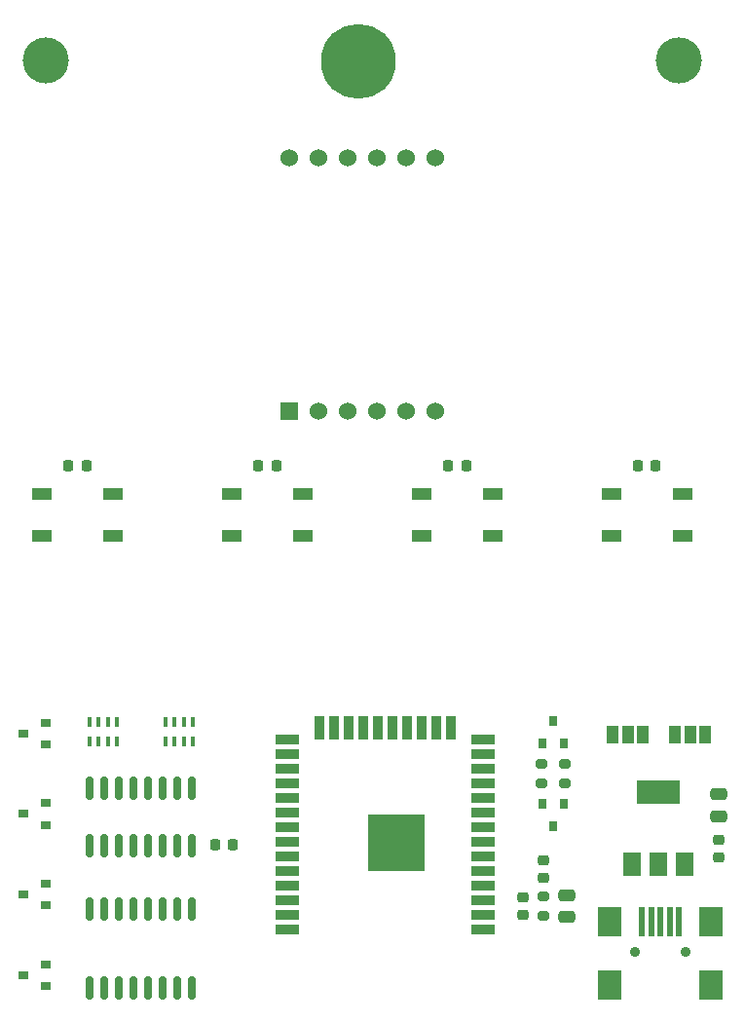
<source format=gts>
G04 #@! TF.GenerationSoftware,KiCad,Pcbnew,6.0.1-79c1e3a40b~116~ubuntu21.04.1*
G04 #@! TF.CreationDate,2022-02-15T16:14:13-05:00*
G04 #@! TF.ProjectId,ttc_sign,7474635f-7369-4676-9e2e-6b696361645f,rev?*
G04 #@! TF.SameCoordinates,Original*
G04 #@! TF.FileFunction,Soldermask,Top*
G04 #@! TF.FilePolarity,Negative*
%FSLAX46Y46*%
G04 Gerber Fmt 4.6, Leading zero omitted, Abs format (unit mm)*
G04 Created by KiCad (PCBNEW 6.0.1-79c1e3a40b~116~ubuntu21.04.1) date 2022-02-15 16:14:13*
%MOMM*%
%LPD*%
G01*
G04 APERTURE LIST*
G04 Aperture macros list*
%AMRoundRect*
0 Rectangle with rounded corners*
0 $1 Rounding radius*
0 $2 $3 $4 $5 $6 $7 $8 $9 X,Y pos of 4 corners*
0 Add a 4 corners polygon primitive as box body*
4,1,4,$2,$3,$4,$5,$6,$7,$8,$9,$2,$3,0*
0 Add four circle primitives for the rounded corners*
1,1,$1+$1,$2,$3*
1,1,$1+$1,$4,$5*
1,1,$1+$1,$6,$7*
1,1,$1+$1,$8,$9*
0 Add four rect primitives between the rounded corners*
20,1,$1+$1,$2,$3,$4,$5,0*
20,1,$1+$1,$4,$5,$6,$7,0*
20,1,$1+$1,$6,$7,$8,$9,0*
20,1,$1+$1,$8,$9,$2,$3,0*%
G04 Aperture macros list end*
%ADD10R,1.000000X1.500000*%
%ADD11C,4.000000*%
%ADD12C,6.500000*%
%ADD13RoundRect,0.150000X-0.150000X0.850000X-0.150000X-0.850000X0.150000X-0.850000X0.150000X0.850000X0*%
%ADD14R,0.800000X0.900000*%
%ADD15C,1.524000*%
%ADD16R,1.524000X1.524000*%
%ADD17R,1.500000X2.000000*%
%ADD18R,3.800000X2.000000*%
%ADD19RoundRect,0.150000X-0.150000X0.837500X-0.150000X-0.837500X0.150000X-0.837500X0.150000X0.837500X0*%
%ADD20R,2.000000X0.900000*%
%ADD21R,0.900000X2.000000*%
%ADD22R,5.000000X5.000000*%
%ADD23R,1.800000X1.100000*%
%ADD24R,0.400000X0.900000*%
%ADD25RoundRect,0.200000X-0.275000X0.200000X-0.275000X-0.200000X0.275000X-0.200000X0.275000X0.200000X0*%
%ADD26RoundRect,0.200000X0.275000X-0.200000X0.275000X0.200000X-0.275000X0.200000X-0.275000X-0.200000X0*%
%ADD27R,0.900000X0.800000*%
%ADD28C,0.900000*%
%ADD29R,0.500000X2.500000*%
%ADD30R,2.000000X2.500000*%
%ADD31RoundRect,0.225000X-0.225000X-0.250000X0.225000X-0.250000X0.225000X0.250000X-0.225000X0.250000X0*%
%ADD32RoundRect,0.250000X0.475000X-0.250000X0.475000X0.250000X-0.475000X0.250000X-0.475000X-0.250000X0*%
%ADD33RoundRect,0.225000X0.250000X-0.225000X0.250000X0.225000X-0.250000X0.225000X-0.250000X-0.225000X0*%
%ADD34RoundRect,0.225000X-0.250000X0.225000X-0.250000X-0.225000X0.250000X-0.225000X0.250000X0.225000X0*%
G04 APERTURE END LIST*
D10*
G04 #@! TO.C,JP2*
X117800000Y-97600000D03*
X116500000Y-97600000D03*
X115200000Y-97600000D03*
G04 #@! TD*
G04 #@! TO.C,JP1*
X112400000Y-97600000D03*
X111100000Y-97600000D03*
X109800000Y-97600000D03*
G04 #@! TD*
D11*
G04 #@! TO.C,H3*
X115500000Y-39000000D03*
G04 #@! TD*
D12*
G04 #@! TO.C,H2*
X87630000Y-39116000D03*
G04 #@! TD*
D11*
G04 #@! TO.C,H1*
X60500000Y-39000000D03*
G04 #@! TD*
D13*
G04 #@! TO.C,U3*
X73215000Y-107250000D03*
X71945000Y-107250000D03*
X70675000Y-107250000D03*
X69405000Y-107250000D03*
X68135000Y-107250000D03*
X66865000Y-107250000D03*
X65595000Y-107250000D03*
X64325000Y-107250000D03*
X64325000Y-102250000D03*
X65595000Y-102250000D03*
X66865000Y-102250000D03*
X68135000Y-102250000D03*
X69405000Y-102250000D03*
X70675000Y-102250000D03*
X71945000Y-102250000D03*
X73215000Y-102250000D03*
G04 #@! TD*
D14*
G04 #@! TO.C,Q6*
X104600000Y-96400000D03*
X105550000Y-98400000D03*
X103650000Y-98400000D03*
G04 #@! TD*
G04 #@! TO.C,Q5*
X104600000Y-105600000D03*
X103650000Y-103600000D03*
X105550000Y-103600000D03*
G04 #@! TD*
D15*
G04 #@! TO.C,U1*
X81650000Y-47500000D03*
X84190000Y-47500000D03*
X86730000Y-47500000D03*
X89270000Y-47500000D03*
X91810000Y-47500000D03*
X94350000Y-47500000D03*
X94350000Y-69500000D03*
X91810000Y-69500000D03*
X89270000Y-69500000D03*
X86730000Y-69500000D03*
X84190000Y-69500000D03*
D16*
X81650000Y-69500000D03*
G04 #@! TD*
D17*
G04 #@! TO.C,U5*
X111450000Y-108900000D03*
X116050000Y-108900000D03*
X113750000Y-108900000D03*
D18*
X113750000Y-102600000D03*
G04 #@! TD*
D19*
G04 #@! TO.C,U2*
X73215000Y-119642500D03*
X71945000Y-119642500D03*
X70675000Y-119642500D03*
X69405000Y-119642500D03*
X68135000Y-119642500D03*
X66865000Y-119642500D03*
X65595000Y-119642500D03*
X64325000Y-119642500D03*
X64325000Y-112717500D03*
X65595000Y-112717500D03*
X66865000Y-112717500D03*
X68135000Y-112717500D03*
X69405000Y-112717500D03*
X70675000Y-112717500D03*
X71945000Y-112717500D03*
X73215000Y-112717500D03*
G04 #@! TD*
D20*
G04 #@! TO.C,U4*
X81500000Y-114505000D03*
X81500000Y-113235000D03*
X81500000Y-111965000D03*
X81500000Y-110695000D03*
X81500000Y-109425000D03*
X81500000Y-108155000D03*
X81500000Y-106885000D03*
X81500000Y-105615000D03*
X81500000Y-104345000D03*
X81500000Y-103075000D03*
X81500000Y-101805000D03*
X81500000Y-100535000D03*
X81500000Y-99265000D03*
X81500000Y-97995000D03*
D21*
X84285000Y-96995000D03*
X85555000Y-96995000D03*
X86825000Y-96995000D03*
X88095000Y-96995000D03*
X89365000Y-96995000D03*
X90635000Y-96995000D03*
X91905000Y-96995000D03*
X93175000Y-96995000D03*
X94445000Y-96995000D03*
X95715000Y-96995000D03*
D20*
X98500000Y-97995000D03*
X98500000Y-99265000D03*
X98500000Y-100535000D03*
X98500000Y-101805000D03*
X98500000Y-103075000D03*
X98500000Y-104345000D03*
X98500000Y-105615000D03*
X98500000Y-106885000D03*
X98500000Y-108155000D03*
X98500000Y-109425000D03*
X98500000Y-110695000D03*
X98500000Y-111965000D03*
X98500000Y-113235000D03*
X98500000Y-114505000D03*
D22*
X91000000Y-107005000D03*
G04 #@! TD*
D23*
G04 #@! TO.C,SW4*
X109650000Y-76650000D03*
X115850000Y-76650000D03*
X109650000Y-80350000D03*
X115850000Y-80350000D03*
G04 #@! TD*
G04 #@! TO.C,SW3*
X93150000Y-76650000D03*
X99350000Y-76650000D03*
X93150000Y-80350000D03*
X99350000Y-80350000D03*
G04 #@! TD*
G04 #@! TO.C,SW2*
X76650000Y-76650000D03*
X82850000Y-76650000D03*
X76650000Y-80350000D03*
X82850000Y-80350000D03*
G04 #@! TD*
G04 #@! TO.C,SW1*
X60150000Y-76650000D03*
X66350000Y-76650000D03*
X60150000Y-80350000D03*
X66350000Y-80350000D03*
G04 #@! TD*
D24*
G04 #@! TO.C,RN2*
X64268000Y-98234000D03*
X65068000Y-98234000D03*
X65868000Y-98234000D03*
X66668000Y-98234000D03*
X64268000Y-96534000D03*
X66668000Y-96534000D03*
X65068000Y-96534000D03*
X65868000Y-96534000D03*
G04 #@! TD*
G04 #@! TO.C,RN1*
X70872000Y-98234000D03*
X71672000Y-98234000D03*
X72472000Y-98234000D03*
X73272000Y-98234000D03*
X70872000Y-96534000D03*
X73272000Y-96534000D03*
X71672000Y-96534000D03*
X72472000Y-96534000D03*
G04 #@! TD*
D25*
G04 #@! TO.C,R3*
X103600000Y-101800000D03*
X103600000Y-100150000D03*
G04 #@! TD*
D26*
G04 #@! TO.C,R2*
X105600000Y-100150000D03*
X105600000Y-101800000D03*
G04 #@! TD*
D25*
G04 #@! TO.C,R1*
X103750000Y-113325000D03*
X103750000Y-111675000D03*
G04 #@! TD*
D27*
G04 #@! TO.C,Q4*
X58500000Y-118500000D03*
X60500000Y-117550000D03*
X60500000Y-119450000D03*
G04 #@! TD*
G04 #@! TO.C,Q3*
X58500000Y-111500000D03*
X60500000Y-110550000D03*
X60500000Y-112450000D03*
G04 #@! TD*
G04 #@! TO.C,Q2*
X58500000Y-104500000D03*
X60500000Y-103550000D03*
X60500000Y-105450000D03*
G04 #@! TD*
G04 #@! TO.C,Q1*
X58500000Y-97500000D03*
X60500000Y-96550000D03*
X60500000Y-98450000D03*
G04 #@! TD*
D28*
G04 #@! TO.C,J1*
X116116000Y-116462000D03*
X111716000Y-116462000D03*
D29*
X115516000Y-113862000D03*
X114716000Y-113862000D03*
X113916000Y-113862000D03*
X113116000Y-113862000D03*
X112316000Y-113862000D03*
D30*
X118316000Y-113862000D03*
X109516000Y-113862000D03*
X118316000Y-119362000D03*
X109516000Y-119362000D03*
G04 #@! TD*
D31*
G04 #@! TO.C,C3*
X76775000Y-107200000D03*
X75225000Y-107200000D03*
G04 #@! TD*
D32*
G04 #@! TO.C,C6*
X119000000Y-102800000D03*
X119000000Y-104700000D03*
G04 #@! TD*
D33*
G04 #@! TO.C,C5*
X119000000Y-106725000D03*
X119000000Y-108275000D03*
G04 #@! TD*
D31*
G04 #@! TO.C,C10*
X113525000Y-74250000D03*
X111975000Y-74250000D03*
G04 #@! TD*
G04 #@! TO.C,C9*
X97025000Y-74250000D03*
X95475000Y-74250000D03*
G04 #@! TD*
G04 #@! TO.C,C8*
X80525000Y-74250000D03*
X78975000Y-74250000D03*
G04 #@! TD*
D34*
G04 #@! TO.C,C2*
X102000000Y-113275000D03*
X102000000Y-111725000D03*
G04 #@! TD*
D32*
G04 #@! TO.C,C1*
X105750000Y-111550000D03*
X105750000Y-113450000D03*
G04 #@! TD*
D31*
G04 #@! TO.C,C7*
X64025000Y-74250000D03*
X62475000Y-74250000D03*
G04 #@! TD*
D34*
G04 #@! TO.C,C4*
X103750000Y-110050000D03*
X103750000Y-108500000D03*
G04 #@! TD*
M02*

</source>
